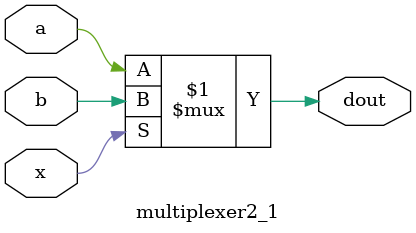
<source format=v>
module multiplexer2_1 ( a ,b ,x ,dout );

output dout;
input a, b, x;

assign dout = x ? b : a;
endmodule

</source>
